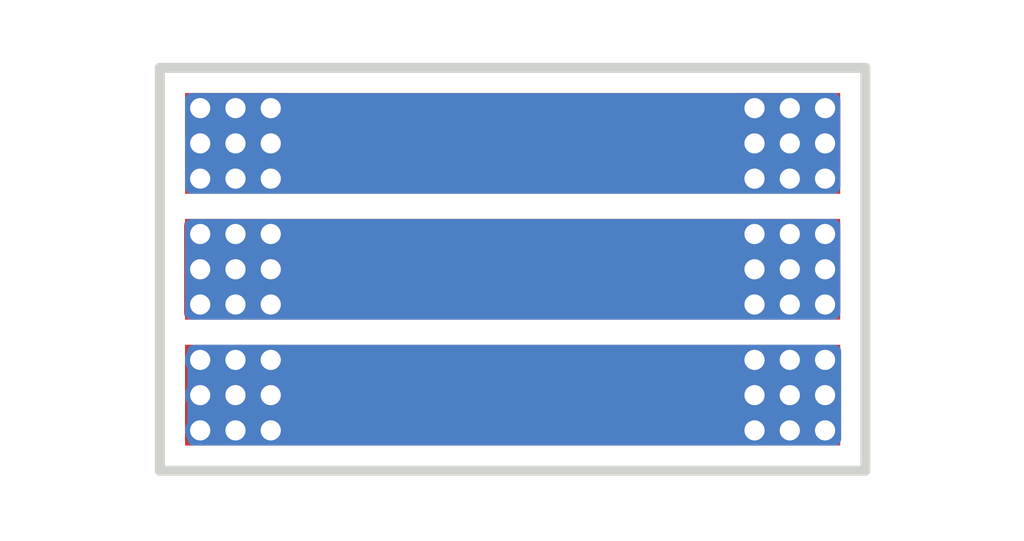
<source format=kicad_pcb>
(kicad_pcb (version 20171130) (host pcbnew 5.0.2-bee76a0~70~ubuntu16.04.1)

  (general
    (thickness 1.6)
    (drawings 8)
    (tracks 54)
    (zones 0)
    (modules 6)
    (nets 4)
  )

  (page A4)
  (layers
    (0 F.Cu signal)
    (31 B.Cu signal)
    (32 B.Adhes user)
    (33 F.Adhes user)
    (34 B.Paste user)
    (35 F.Paste user)
    (36 B.SilkS user)
    (37 F.SilkS user)
    (38 B.Mask user)
    (39 F.Mask user)
    (40 Dwgs.User user)
    (41 Cmts.User user)
    (42 Eco1.User user)
    (43 Eco2.User user)
    (44 Edge.Cuts user)
    (45 Margin user)
    (46 B.CrtYd user)
    (47 F.CrtYd user)
    (48 B.Fab user)
    (49 F.Fab user)
  )

  (setup
    (last_trace_width 0.25)
    (trace_clearance 0.2)
    (zone_clearance 0.381)
    (zone_45_only no)
    (trace_min 0.2)
    (segment_width 0.2)
    (edge_width 0.15)
    (via_size 0.8)
    (via_drill 0.4)
    (via_min_size 0.4)
    (via_min_drill 0.3)
    (user_via 0.6 0.3)
    (user_via 0.6 0.4)
    (uvia_size 0.3)
    (uvia_drill 0.1)
    (uvias_allowed no)
    (uvia_min_size 0.2)
    (uvia_min_drill 0.1)
    (pcb_text_width 0.3)
    (pcb_text_size 1.5 1.5)
    (mod_edge_width 0.15)
    (mod_text_size 1 1)
    (mod_text_width 0.15)
    (pad_size 1.524 1.524)
    (pad_drill 0.762)
    (pad_to_mask_clearance 0.051)
    (solder_mask_min_width 0.25)
    (aux_axis_origin 0 0)
    (visible_elements FFFFFF7F)
    (pcbplotparams
      (layerselection 0x010fc_ffffffff)
      (usegerberextensions false)
      (usegerberattributes false)
      (usegerberadvancedattributes false)
      (creategerberjobfile false)
      (excludeedgelayer true)
      (linewidth 0.100000)
      (plotframeref false)
      (viasonmask false)
      (mode 1)
      (useauxorigin false)
      (hpglpennumber 1)
      (hpglpenspeed 20)
      (hpglpendiameter 15.000000)
      (psnegative false)
      (psa4output false)
      (plotreference true)
      (plotvalue true)
      (plotinvisibletext false)
      (padsonsilk false)
      (subtractmaskfromsilk false)
      (outputformat 1)
      (mirror false)
      (drillshape 1)
      (scaleselection 1)
      (outputdirectory ""))
  )

  (net 0 "")
  (net 1 /A)
  (net 2 /B)
  (net 3 /C)

  (net_class Default "This is the default net class."
    (clearance 0.2)
    (trace_width 0.25)
    (via_dia 0.8)
    (via_drill 0.4)
    (uvia_dia 0.3)
    (uvia_drill 0.1)
    (add_net /A)
    (add_net /B)
    (add_net /C)
  )

  (module simple_pad:TestPoint_Pad_2.0x2.0mm (layer F.Cu) (tedit 5D1692A9) (tstamp 5D2D2174)
    (at 121 95)
    (descr "SMD rectangular pad as test Point, square 2.0mm side length")
    (tags "test point SMD pad rectangle square")
    (path /5D167DD2)
    (attr virtual)
    (fp_text reference J3 (at 0 -1.998) (layer F.SilkS) hide
      (effects (font (size 1 1) (thickness 0.15)))
    )
    (fp_text value Conn_01x01 (at 0 2.05) (layer F.Fab)
      (effects (font (size 1 1) (thickness 0.15)))
    )
    (fp_text user %R (at 0 -2) (layer F.Fab)
      (effects (font (size 1 1) (thickness 0.15)))
    )
    (fp_line (start -1.5 -1.5) (end 1.5 -1.5) (layer F.CrtYd) (width 0.05))
    (fp_line (start -1.5 -1.5) (end -1.5 1.5) (layer F.CrtYd) (width 0.05))
    (fp_line (start 1.5 1.5) (end 1.5 -1.5) (layer F.CrtYd) (width 0.05))
    (fp_line (start 1.5 1.5) (end -1.5 1.5) (layer F.CrtYd) (width 0.05))
    (pad 1 smd rect (at 0 0) (size 2 2) (layers F.Cu F.Mask)
      (net 2 /B))
  )

  (module simple_pad:TestPoint_Pad_2.0x2.0mm (layer F.Cu) (tedit 5D1692A4) (tstamp 5D2D2158)
    (at 121 92.5)
    (descr "SMD rectangular pad as test Point, square 2.0mm side length")
    (tags "test point SMD pad rectangle square")
    (path /5D167E10)
    (attr virtual)
    (fp_text reference J1 (at 0 -1.998) (layer F.SilkS) hide
      (effects (font (size 1 1) (thickness 0.15)))
    )
    (fp_text value Conn_01x01 (at 0 2.05) (layer F.Fab)
      (effects (font (size 1 1) (thickness 0.15)))
    )
    (fp_text user %R (at 0 -2) (layer F.Fab)
      (effects (font (size 1 1) (thickness 0.15)))
    )
    (fp_line (start -1.5 -1.5) (end 1.5 -1.5) (layer F.CrtYd) (width 0.05))
    (fp_line (start -1.5 -1.5) (end -1.5 1.5) (layer F.CrtYd) (width 0.05))
    (fp_line (start 1.5 1.5) (end 1.5 -1.5) (layer F.CrtYd) (width 0.05))
    (fp_line (start 1.5 1.5) (end -1.5 1.5) (layer F.CrtYd) (width 0.05))
    (pad 1 smd rect (at 0 0) (size 2 2) (layers F.Cu F.Mask)
      (net 1 /A))
  )

  (module simple_pad:TestPoint_Pad_2.0x2.0mm (layer F.Cu) (tedit 5D1692AF) (tstamp 5D2D2166)
    (at 132 92.5)
    (descr "SMD rectangular pad as test Point, square 2.0mm side length")
    (tags "test point SMD pad rectangle square")
    (path /5D167E16)
    (attr virtual)
    (fp_text reference J2 (at 0 -1.998) (layer F.SilkS) hide
      (effects (font (size 1 1) (thickness 0.15)))
    )
    (fp_text value Conn_01x01 (at 0 2.05) (layer F.Fab)
      (effects (font (size 1 1) (thickness 0.15)))
    )
    (fp_text user %R (at 0 -2) (layer F.Fab)
      (effects (font (size 1 1) (thickness 0.15)))
    )
    (fp_line (start -1.5 -1.5) (end 1.5 -1.5) (layer F.CrtYd) (width 0.05))
    (fp_line (start -1.5 -1.5) (end -1.5 1.5) (layer F.CrtYd) (width 0.05))
    (fp_line (start 1.5 1.5) (end 1.5 -1.5) (layer F.CrtYd) (width 0.05))
    (fp_line (start 1.5 1.5) (end -1.5 1.5) (layer F.CrtYd) (width 0.05))
    (pad 1 smd rect (at 0 0) (size 2 2) (layers F.Cu F.Mask)
      (net 1 /A))
  )

  (module simple_pad:TestPoint_Pad_2.0x2.0mm (layer F.Cu) (tedit 5D1692B2) (tstamp 5D2D2182)
    (at 132 95)
    (descr "SMD rectangular pad as test Point, square 2.0mm side length")
    (tags "test point SMD pad rectangle square")
    (path /5D167DD8)
    (attr virtual)
    (fp_text reference J4 (at 0 -1.998) (layer F.SilkS) hide
      (effects (font (size 1 1) (thickness 0.15)))
    )
    (fp_text value Conn_01x01 (at 0 2.05) (layer F.Fab)
      (effects (font (size 1 1) (thickness 0.15)))
    )
    (fp_text user %R (at 0 -2) (layer F.Fab)
      (effects (font (size 1 1) (thickness 0.15)))
    )
    (fp_line (start -1.5 -1.5) (end 1.5 -1.5) (layer F.CrtYd) (width 0.05))
    (fp_line (start -1.5 -1.5) (end -1.5 1.5) (layer F.CrtYd) (width 0.05))
    (fp_line (start 1.5 1.5) (end 1.5 -1.5) (layer F.CrtYd) (width 0.05))
    (fp_line (start 1.5 1.5) (end -1.5 1.5) (layer F.CrtYd) (width 0.05))
    (pad 1 smd rect (at 0 0) (size 2 2) (layers F.Cu F.Mask)
      (net 2 /B))
  )

  (module simple_pad:TestPoint_Pad_2.0x2.0mm (layer F.Cu) (tedit 5D1692AC) (tstamp 5D2D2383)
    (at 121 97.5)
    (descr "SMD rectangular pad as test Point, square 2.0mm side length")
    (tags "test point SMD pad rectangle square")
    (path /5D167AF4)
    (attr virtual)
    (fp_text reference J5 (at 0 -1.998) (layer F.SilkS) hide
      (effects (font (size 1 1) (thickness 0.15)))
    )
    (fp_text value Conn_01x01 (at 0 2.05) (layer F.Fab)
      (effects (font (size 1 1) (thickness 0.15)))
    )
    (fp_text user %R (at 0 -2) (layer F.Fab)
      (effects (font (size 1 1) (thickness 0.15)))
    )
    (fp_line (start -1.5 -1.5) (end 1.5 -1.5) (layer F.CrtYd) (width 0.05))
    (fp_line (start -1.5 -1.5) (end -1.5 1.5) (layer F.CrtYd) (width 0.05))
    (fp_line (start 1.5 1.5) (end 1.5 -1.5) (layer F.CrtYd) (width 0.05))
    (fp_line (start 1.5 1.5) (end -1.5 1.5) (layer F.CrtYd) (width 0.05))
    (pad 1 smd rect (at 0 0) (size 2 2) (layers F.Cu F.Mask)
      (net 3 /C))
  )

  (module simple_pad:TestPoint_Pad_2.0x2.0mm (layer F.Cu) (tedit 5D1692B4) (tstamp 5D2D219E)
    (at 132 97.5)
    (descr "SMD rectangular pad as test Point, square 2.0mm side length")
    (tags "test point SMD pad rectangle square")
    (path /5D167C8C)
    (attr virtual)
    (fp_text reference J6 (at 0 -1.998) (layer F.SilkS) hide
      (effects (font (size 1 1) (thickness 0.15)))
    )
    (fp_text value Conn_01x01 (at 0 2.05) (layer F.Fab)
      (effects (font (size 1 1) (thickness 0.15)))
    )
    (fp_text user %R (at 0 -2) (layer F.Fab)
      (effects (font (size 1 1) (thickness 0.15)))
    )
    (fp_line (start -1.5 -1.5) (end 1.5 -1.5) (layer F.CrtYd) (width 0.05))
    (fp_line (start -1.5 -1.5) (end -1.5 1.5) (layer F.CrtYd) (width 0.05))
    (fp_line (start 1.5 1.5) (end 1.5 -1.5) (layer F.CrtYd) (width 0.05))
    (fp_line (start 1.5 1.5) (end -1.5 1.5) (layer F.CrtYd) (width 0.05))
    (pad 1 smd rect (at 0 0) (size 2 2) (layers F.Cu F.Mask)
      (net 3 /C))
  )

  (gr_line (start 119.5 91) (end 119.5 99) (layer Edge.Cuts) (width 0.2))
  (gr_line (start 133.5 91) (end 119.5 91) (layer Edge.Cuts) (width 0.2))
  (gr_line (start 133.5 99) (end 133.5 91) (layer Edge.Cuts) (width 0.2))
  (gr_line (start 119.5 99) (end 133.5 99) (layer Edge.Cuts) (width 0.2))
  (gr_line (start 123 91) (end 123 99) (layer Cmts.User) (width 0.2))
  (gr_line (start 130 91) (end 123 91) (layer Cmts.User) (width 0.2))
  (gr_line (start 130 99) (end 130 91) (layer Cmts.User) (width 0.2))
  (gr_line (start 123 99) (end 130 99) (layer Cmts.User) (width 0.2))

  (via (at 132.7 98.2) (size 0.6) (drill 0.4) (layers F.Cu B.Cu) (net 3))
  (via (at 132 98.2) (size 0.6) (drill 0.4) (layers F.Cu B.Cu) (net 3))
  (via (at 131.3 98.2) (size 0.6) (drill 0.4) (layers F.Cu B.Cu) (net 3))
  (via (at 132.7 97.5) (size 0.6) (drill 0.4) (layers F.Cu B.Cu) (net 3))
  (via (at 131.3 97.5) (size 0.6) (drill 0.4) (layers F.Cu B.Cu) (net 3))
  (via (at 132.7 96.8) (size 0.6) (drill 0.4) (layers F.Cu B.Cu) (net 3))
  (via (at 132 96.8) (size 0.6) (drill 0.4) (layers F.Cu B.Cu) (net 3))
  (via (at 131.3 96.8) (size 0.6) (drill 0.4) (layers F.Cu B.Cu) (net 3))
  (via (at 132 97.5) (size 0.6) (drill 0.4) (layers F.Cu B.Cu) (net 3))
  (via (at 132.7 95.7) (size 0.6) (drill 0.4) (layers F.Cu B.Cu) (net 2))
  (via (at 132 95.7) (size 0.6) (drill 0.4) (layers F.Cu B.Cu) (net 2))
  (via (at 131.3 95.7) (size 0.6) (drill 0.4) (layers F.Cu B.Cu) (net 2))
  (via (at 132.7 95) (size 0.6) (drill 0.4) (layers F.Cu B.Cu) (net 2))
  (via (at 131.3 95) (size 0.6) (drill 0.4) (layers F.Cu B.Cu) (net 2))
  (via (at 132.7 94.3) (size 0.6) (drill 0.4) (layers F.Cu B.Cu) (net 2))
  (via (at 132 94.3) (size 0.6) (drill 0.4) (layers F.Cu B.Cu) (net 2))
  (via (at 131.3 94.3) (size 0.6) (drill 0.4) (layers F.Cu B.Cu) (net 2))
  (via (at 132 95) (size 0.6) (drill 0.4) (layers F.Cu B.Cu) (net 2))
  (via (at 132.7 93.2) (size 0.6) (drill 0.4) (layers F.Cu B.Cu) (net 1))
  (via (at 132 93.2) (size 0.6) (drill 0.4) (layers F.Cu B.Cu) (net 1))
  (via (at 131.3 93.2) (size 0.6) (drill 0.4) (layers F.Cu B.Cu) (net 1))
  (via (at 132.7 92.5) (size 0.6) (drill 0.4) (layers F.Cu B.Cu) (net 1))
  (via (at 131.3 92.5) (size 0.6) (drill 0.4) (layers F.Cu B.Cu) (net 1))
  (via (at 132.7 91.8) (size 0.6) (drill 0.4) (layers F.Cu B.Cu) (net 1))
  (via (at 132 91.8) (size 0.6) (drill 0.4) (layers F.Cu B.Cu) (net 1))
  (via (at 131.3 91.8) (size 0.6) (drill 0.4) (layers F.Cu B.Cu) (net 1))
  (via (at 132 92.5) (size 0.6) (drill 0.4) (layers F.Cu B.Cu) (net 1))
  (via (at 121.7 98.2) (size 0.6) (drill 0.4) (layers F.Cu B.Cu) (net 3))
  (via (at 121 98.2) (size 0.6) (drill 0.4) (layers F.Cu B.Cu) (net 3))
  (via (at 120.3 98.2) (size 0.6) (drill 0.4) (layers F.Cu B.Cu) (net 3))
  (via (at 121.7 97.5) (size 0.6) (drill 0.4) (layers F.Cu B.Cu) (net 3))
  (via (at 120.3 97.5) (size 0.6) (drill 0.4) (layers F.Cu B.Cu) (net 3))
  (via (at 121.7 96.8) (size 0.6) (drill 0.4) (layers F.Cu B.Cu) (net 3))
  (via (at 121 96.8) (size 0.6) (drill 0.4) (layers F.Cu B.Cu) (net 3))
  (via (at 120.3 96.8) (size 0.6) (drill 0.4) (layers F.Cu B.Cu) (net 3))
  (via (at 121 97.5) (size 0.6) (drill 0.4) (layers F.Cu B.Cu) (net 3))
  (via (at 121.7 91.8) (size 0.6) (drill 0.4) (layers F.Cu B.Cu) (net 1))
  (via (at 121.7 92.5) (size 0.6) (drill 0.4) (layers F.Cu B.Cu) (net 1))
  (via (at 121.7 93.2) (size 0.6) (drill 0.4) (layers F.Cu B.Cu) (net 1))
  (via (at 121 93.2) (size 0.6) (drill 0.4) (layers F.Cu B.Cu) (net 1))
  (via (at 120.3 93.2) (size 0.6) (drill 0.4) (layers F.Cu B.Cu) (net 1))
  (via (at 120.3 92.5) (size 0.6) (drill 0.4) (layers F.Cu B.Cu) (net 1))
  (via (at 120.3 91.8) (size 0.6) (drill 0.4) (layers F.Cu B.Cu) (net 1))
  (via (at 121 95.7) (size 0.6) (drill 0.4) (layers F.Cu B.Cu) (net 2))
  (via (at 121.7 95.7) (size 0.6) (drill 0.4) (layers F.Cu B.Cu) (net 2))
  (via (at 121.7 95) (size 0.6) (drill 0.4) (layers F.Cu B.Cu) (net 2))
  (via (at 121.7 94.3) (size 0.6) (drill 0.4) (layers F.Cu B.Cu) (net 2))
  (via (at 121 94.3) (size 0.6) (drill 0.4) (layers F.Cu B.Cu) (net 2))
  (via (at 120.3 95) (size 0.6) (drill 0.4) (layers F.Cu B.Cu) (net 2))
  (via (at 120.3 95.7) (size 0.6) (drill 0.4) (layers F.Cu B.Cu) (net 2))
  (via (at 120.3 94.3) (size 0.6) (drill 0.4) (layers F.Cu B.Cu) (net 2))
  (via (at 121 95) (size 0.6) (drill 0.4) (layers F.Cu B.Cu) (net 2))
  (via (at 121 92.5) (size 0.6) (drill 0.4) (layers F.Cu B.Cu) (net 1))
  (via (at 121 91.8) (size 0.6) (drill 0.4) (layers F.Cu B.Cu) (net 1) (tstamp 5D2D248B))

  (zone (net 1) (net_name /A) (layer F.Cu) (tstamp 0) (hatch edge 0.508)
    (connect_pads yes (clearance 0.381))
    (min_thickness 0.254)
    (fill yes (arc_segments 16) (thermal_gap 0.508) (thermal_bridge_width 0.508))
    (polygon
      (pts
        (xy 120 93.5) (xy 133 93.5) (xy 133 91.5) (xy 120 91.5)
      )
    )
    (filled_polygon
      (pts
        (xy 132.873 93.373) (xy 120.127 93.373) (xy 120.127 91.627) (xy 132.873 91.627)
      )
    )
  )
  (zone (net 2) (net_name /B) (layer F.Cu) (tstamp 5D2D2427) (hatch edge 0.508)
    (connect_pads yes (clearance 0.381))
    (min_thickness 0.254)
    (fill yes (arc_segments 16) (thermal_gap 0.508) (thermal_bridge_width 0.508))
    (polygon
      (pts
        (xy 119.75 96) (xy 133 96) (xy 133 94) (xy 119.75 94)
      )
    )
    (filled_polygon
      (pts
        (xy 132.873 95.873) (xy 120.108 95.873) (xy 120.108 94.127) (xy 132.873 94.127)
      )
    )
  )
  (zone (net 3) (net_name /C) (layer F.Cu) (tstamp 5D2D242B) (hatch edge 0.508)
    (connect_pads yes (clearance 0.381))
    (min_thickness 0.254)
    (fill yes (arc_segments 16) (thermal_gap 0.508) (thermal_bridge_width 0.508))
    (polygon
      (pts
        (xy 120 98.5) (xy 133 98.5) (xy 133 96.5) (xy 120 96.5)
      )
    )
    (filled_polygon
      (pts
        (xy 132.873 98.373) (xy 120.127 98.373) (xy 120.127 96.627) (xy 132.873 96.627)
      )
    )
  )
  (zone (net 3) (net_name /C) (layer B.Cu) (tstamp 5D2D2434) (hatch edge 0.508)
    (connect_pads yes (clearance 0.381))
    (min_thickness 0.254)
    (fill yes (arc_segments 16) (thermal_gap 0.508) (thermal_bridge_width 0.508))
    (polygon
      (pts
        (xy 120.044966 98.5) (xy 133.044966 98.5) (xy 133.044966 96.5) (xy 120.044966 96.5)
      )
    )
    (filled_polygon
      (pts
        (xy 132.892 98.373) (xy 120.171966 98.373) (xy 120.171966 96.627) (xy 132.892 96.627)
      )
    )
  )
  (zone (net 2) (net_name /B) (layer B.Cu) (tstamp 5D2D2435) (hatch edge 0.508)
    (connect_pads yes (clearance 0.381))
    (min_thickness 0.254)
    (fill yes (arc_segments 16) (thermal_gap 0.508) (thermal_bridge_width 0.508))
    (polygon
      (pts
        (xy 120 96) (xy 133 96) (xy 133 94) (xy 120 94)
      )
    )
    (filled_polygon
      (pts
        (xy 132.873 95.873) (xy 120.127 95.873) (xy 120.127 94.127) (xy 132.873 94.127)
      )
    )
  )
  (zone (net 1) (net_name /A) (layer B.Cu) (tstamp 5D2D2436) (hatch edge 0.508)
    (connect_pads yes (clearance 0.381))
    (min_thickness 0.254)
    (fill yes (arc_segments 16) (thermal_gap 0.508) (thermal_bridge_width 0.508))
    (polygon
      (pts
        (xy 120 93.5) (xy 133 93.5) (xy 133 91.5) (xy 120 91.5)
      )
    )
    (filled_polygon
      (pts
        (xy 132.873 93.373) (xy 120.127 93.373) (xy 120.127 91.627) (xy 132.873 91.627)
      )
    )
  )
)

</source>
